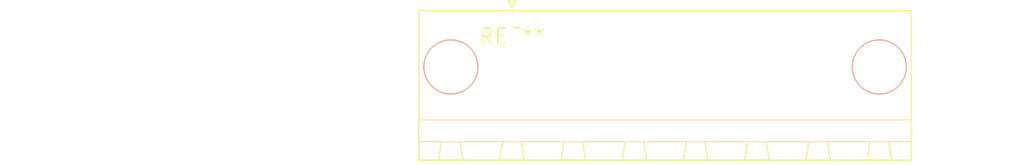
<source format=kicad_pcb>
(kicad_pcb (version 20240108) (generator pcbnew)
  (layers (0 "F.Cu" signal) (31 "B.Cu" signal) (34 "B.Paste" user) (35 "F.Paste" user) (36 "B.SilkS" user "B.Silkscreen") (37 "F.SilkS" user "F.Silkscreen") (38 "B.Mask" user) (39 "F.Mask" user) (44 "Edge.Cuts" user))
  (net 0 "")
  (footprint "PhoenixContact_MSTB_2,5_6-GF_1x06_P5.00mm_Horizontal_ThreadedFlange_MountHole" (layer "F.Cu") (at 0 0)
    (property "Reference" "REF**")
    (property "Value" "PhoenixContact_MSTB_2,5_6-GF_1x06_P5.00mm_Horizontal_ThreadedFlange_MountHole")
    (fp_circle (center -5 2.5) (end -2.79 2.5) (layer "B.SilkS") (stroke (width 0.12)) (fill none))
    (fp_circle (center 30 2.5) (end 32.21 2.5) (layer "B.SilkS") (stroke (width 0.12)) (fill none))
    (fp_line (start -7.61 -2.11) (end -7.61 10.11) (layer "F.SilkS") (stroke (width 0.12)))
    (fp_line (start -7.61 6.81) (end 32.61 6.81) (layer "F.SilkS") (stroke (width 0.12)))
    (fp_line (start -7.61 8.61) (end -7.61 6.81) (layer "F.SilkS") (stroke (width 0.12)))
    (fp_line (start -7.61 10.11) (end 32.61 10.11) (layer "F.SilkS") (stroke (width 0.12)))
    (fp_line (start -6 10.11) (end -4 10.11) (layer "F.SilkS") (stroke (width 0.12)))
    (fp_line (start -5.75 8.61) (end -6 10.11) (layer "F.SilkS") (stroke (width 0.12)))
    (fp_line (start -4.25 8.61) (end -5.75 8.61) (layer "F.SilkS") (stroke (width 0.12)))
    (fp_line (start -4 10.11) (end -4.25 8.61) (layer "F.SilkS") (stroke (width 0.12)))
    (fp_line (start -1 10.11) (end 1 10.11) (layer "F.SilkS") (stroke (width 0.12)))
    (fp_line (start -0.75 8.61) (end -1 10.11) (layer "F.SilkS") (stroke (width 0.12)))
    (fp_line (start -0.3 -2.91) (end 0.3 -2.91) (layer "F.SilkS") (stroke (width 0.12)))
    (fp_line (start 0 -2.31) (end -0.3 -2.91) (layer "F.SilkS") (stroke (width 0.12)))
    (fp_line (start 0.3 -2.91) (end 0 -2.31) (layer "F.SilkS") (stroke (width 0.12)))
    (fp_line (start 0.75 8.61) (end -0.75 8.61) (layer "F.SilkS") (stroke (width 0.12)))
    (fp_line (start 1 10.11) (end 0.75 8.61) (layer "F.SilkS") (stroke (width 0.12)))
    (fp_line (start 4 10.11) (end 6 10.11) (layer "F.SilkS") (stroke (width 0.12)))
    (fp_line (start 4.25 8.61) (end 4 10.11) (layer "F.SilkS") (stroke (width 0.12)))
    (fp_line (start 5.75 8.61) (end 4.25 8.61) (layer "F.SilkS") (stroke (width 0.12)))
    (fp_line (start 6 10.11) (end 5.75 8.61) (layer "F.SilkS") (stroke (width 0.12)))
    (fp_line (start 9 10.11) (end 11 10.11) (layer "F.SilkS") (stroke (width 0.12)))
    (fp_line (start 9.25 8.61) (end 9 10.11) (layer "F.SilkS") (stroke (width 0.12)))
    (fp_line (start 10.75 8.61) (end 9.25 8.61) (layer "F.SilkS") (stroke (width 0.12)))
    (fp_line (start 11 10.11) (end 10.75 8.61) (layer "F.SilkS") (stroke (width 0.12)))
    (fp_line (start 14 10.11) (end 16 10.11) (layer "F.SilkS") (stroke (width 0.12)))
    (fp_line (start 14.25 8.61) (end 14 10.11) (layer "F.SilkS") (stroke (width 0.12)))
    (fp_line (start 15.75 8.61) (end 14.25 8.61) (layer "F.SilkS") (stroke (width 0.12)))
    (fp_line (start 16 10.11) (end 15.75 8.61) (layer "F.SilkS") (stroke (width 0.12)))
    (fp_line (start 19 10.11) (end 21 10.11) (layer "F.SilkS") (stroke (width 0.12)))
    (fp_line (start 19.25 8.61) (end 19 10.11) (layer "F.SilkS") (stroke (width 0.12)))
    (fp_line (start 20.75 8.61) (end 19.25 8.61) (layer "F.SilkS") (stroke (width 0.12)))
    (fp_line (start 21 10.11) (end 20.75 8.61) (layer "F.SilkS") (stroke (width 0.12)))
    (fp_line (start 24 10.11) (end 26 10.11) (layer "F.SilkS") (stroke (width 0.12)))
    (fp_line (start 24.25 8.61) (end 24 10.11) (layer "F.SilkS") (stroke (width 0.12)))
    (fp_line (start 25.75 8.61) (end 24.25 8.61) (layer "F.SilkS") (stroke (width 0.12)))
    (fp_line (start 26 10.11) (end 25.75 8.61) (layer "F.SilkS") (stroke (width 0.12)))
    (fp_line (start 29 10.11) (end 31 10.11) (layer "F.SilkS") (stroke (width 0.12)))
    (fp_line (start 29.25 8.61) (end 29 10.11) (layer "F.SilkS") (stroke (width 0.12)))
    (fp_line (start 30.75 8.61) (end 29.25 8.61) (layer "F.SilkS") (stroke (width 0.12)))
    (fp_line (start 31 10.11) (end 30.75 8.61) (layer "F.SilkS") (stroke (width 0.12)))
    (fp_line (start 32.61 -2.11) (end -7.61 -2.11) (layer "F.SilkS") (stroke (width 0.12)))
    (fp_line (start 32.61 6.81) (end 32.61 8.61) (layer "F.SilkS") (stroke (width 0.12)))
    (fp_line (start 32.61 8.61) (end -7.61 8.61) (layer "F.SilkS") (stroke (width 0.12)))
    (fp_line (start 32.61 10.11) (end 32.61 -2.11) (layer "F.SilkS") (stroke (width 0.12)))
    (pad "" np_thru_hole circle (at -5 2.5) (size 2.4 2.4) (drill 2.4) (layers *.Cu *.Mask))
    (pad "" np_thru_hole circle (at 30 2.5) (size 2.4 2.4) (drill 2.4) (layers *.Cu *.Mask))
    (pad "1" thru_hole roundrect (at 0 0) (size 2 3.6) (drill 1.4) (layers *.Cu *.Mask) (remove_unused_layers) (roundrect_rratio 0.125))
    (pad "2" thru_hole oval (at 5 0) (size 2 3.6) (drill 1.4) (layers *.Cu *.Mask) (remove_unused_layers))
    (pad "3" thru_hole oval (at 10 0) (size 2 3.6) (drill 1.4) (layers *.Cu *.Mask) (remove_unused_layers))
    (pad "4" thru_hole oval (at 15 0) (size 2 3.6) (drill 1.4) (layers *.Cu *.Mask) (remove_unused_layers))
    (pad "5" thru_hole oval (at 20 0) (size 2 3.6) (drill 1.4) (layers *.Cu *.Mask) (remove_unused_layers))
    (pad "6" thru_hole oval (at 25 0) (size 2 3.6) (drill 1.4) (layers *.Cu *.Mask) (remove_unused_layers))
  )
)
</source>
